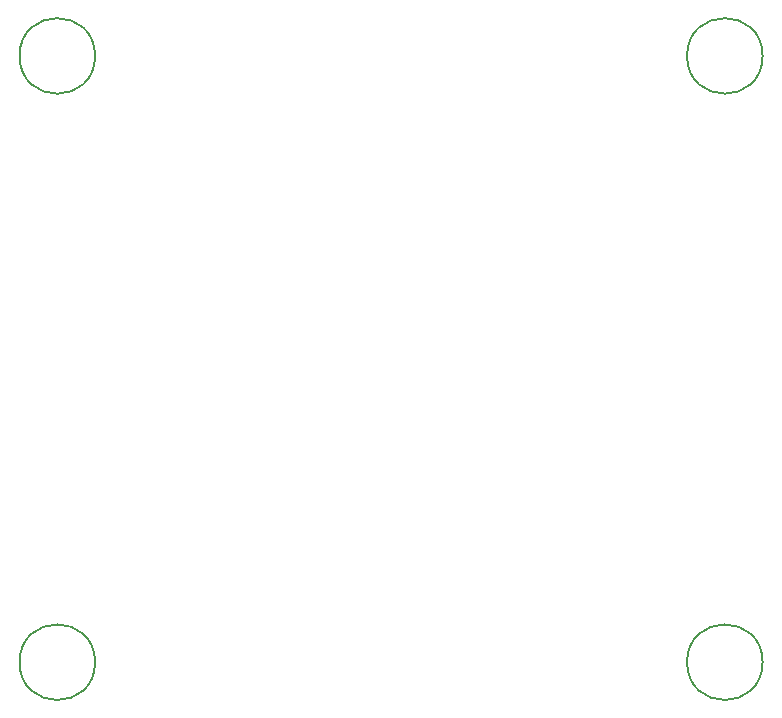
<source format=gbr>
%TF.GenerationSoftware,KiCad,Pcbnew,7.0.11-7.0.11~ubuntu22.04.1*%
%TF.CreationDate,2024-12-01T20:58:25-05:00*%
%TF.ProjectId,colecovision_multicart,636f6c65-636f-4766-9973-696f6e5f6d75,rev?*%
%TF.SameCoordinates,Original*%
%TF.FileFunction,Other,Comment*%
%FSLAX46Y46*%
G04 Gerber Fmt 4.6, Leading zero omitted, Abs format (unit mm)*
G04 Created by KiCad (PCBNEW 7.0.11-7.0.11~ubuntu22.04.1) date 2024-12-01 20:58:25*
%MOMM*%
%LPD*%
G01*
G04 APERTURE LIST*
%ADD10C,0.150000*%
G04 APERTURE END LIST*
D10*
%TO.C,H2*%
X170078000Y-61214000D02*
G75*
G03*
X163678000Y-61214000I-3200000J0D01*
G01*
X163678000Y-61214000D02*
G75*
G03*
X170078000Y-61214000I3200000J0D01*
G01*
%TO.C,H4*%
X170078000Y-112547400D02*
G75*
G03*
X163678000Y-112547400I-3200000J0D01*
G01*
X163678000Y-112547400D02*
G75*
G03*
X170078000Y-112547400I3200000J0D01*
G01*
%TO.C,H1*%
X113563000Y-61214000D02*
G75*
G03*
X107163000Y-61214000I-3200000J0D01*
G01*
X107163000Y-61214000D02*
G75*
G03*
X113563000Y-61214000I3200000J0D01*
G01*
%TO.C,H3*%
X113563000Y-112547400D02*
G75*
G03*
X107163000Y-112547400I-3200000J0D01*
G01*
X107163000Y-112547400D02*
G75*
G03*
X113563000Y-112547400I3200000J0D01*
G01*
%TD*%
M02*

</source>
